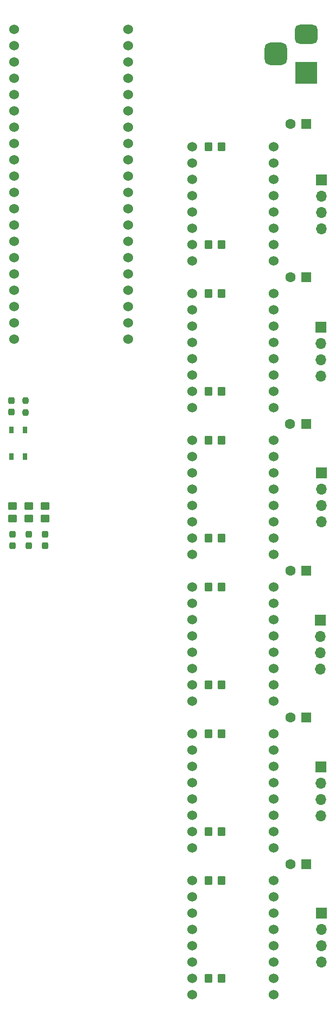
<source format=gts>
G04 #@! TF.GenerationSoftware,KiCad,Pcbnew,(6.0.7)*
G04 #@! TF.CreationDate,2023-02-18T18:42:52+09:00*
G04 #@! TF.ProjectId,driver,64726976-6572-42e6-9b69-6361645f7063,rev?*
G04 #@! TF.SameCoordinates,Original*
G04 #@! TF.FileFunction,Soldermask,Top*
G04 #@! TF.FilePolarity,Negative*
%FSLAX46Y46*%
G04 Gerber Fmt 4.6, Leading zero omitted, Abs format (unit mm)*
G04 Created by KiCad (PCBNEW (6.0.7)) date 2023-02-18 18:42:52*
%MOMM*%
%LPD*%
G01*
G04 APERTURE LIST*
G04 Aperture macros list*
%AMRoundRect*
0 Rectangle with rounded corners*
0 $1 Rounding radius*
0 $2 $3 $4 $5 $6 $7 $8 $9 X,Y pos of 4 corners*
0 Add a 4 corners polygon primitive as box body*
4,1,4,$2,$3,$4,$5,$6,$7,$8,$9,$2,$3,0*
0 Add four circle primitives for the rounded corners*
1,1,$1+$1,$2,$3*
1,1,$1+$1,$4,$5*
1,1,$1+$1,$6,$7*
1,1,$1+$1,$8,$9*
0 Add four rect primitives between the rounded corners*
20,1,$1+$1,$2,$3,$4,$5,0*
20,1,$1+$1,$4,$5,$6,$7,0*
20,1,$1+$1,$6,$7,$8,$9,0*
20,1,$1+$1,$8,$9,$2,$3,0*%
G04 Aperture macros list end*
%ADD10O,1.700000X1.700000*%
%ADD11R,1.700000X1.700000*%
%ADD12C,1.524000*%
%ADD13RoundRect,0.250000X0.350000X0.450000X-0.350000X0.450000X-0.350000X-0.450000X0.350000X-0.450000X0*%
%ADD14R,1.600000X1.600000*%
%ADD15C,1.600000*%
%ADD16RoundRect,0.237500X0.237500X-0.250000X0.237500X0.250000X-0.237500X0.250000X-0.237500X-0.250000X0*%
%ADD17RoundRect,0.250000X-0.350000X-0.450000X0.350000X-0.450000X0.350000X0.450000X-0.350000X0.450000X0*%
%ADD18R,3.500000X3.500000*%
%ADD19RoundRect,0.750000X-1.000000X0.750000X-1.000000X-0.750000X1.000000X-0.750000X1.000000X0.750000X0*%
%ADD20RoundRect,0.875000X-0.875000X0.875000X-0.875000X-0.875000X0.875000X-0.875000X0.875000X0.875000X0*%
%ADD21RoundRect,0.237500X0.237500X-0.287500X0.237500X0.287500X-0.237500X0.287500X-0.237500X-0.287500X0*%
%ADD22RoundRect,0.250000X-0.450000X0.350000X-0.450000X-0.350000X0.450000X-0.350000X0.450000X0.350000X0*%
%ADD23R,0.650000X1.050000*%
%ADD24RoundRect,0.237500X-0.237500X0.300000X-0.237500X-0.300000X0.237500X-0.300000X0.237500X0.300000X0*%
G04 APERTURE END LIST*
D10*
X136850000Y-149945000D03*
X136850000Y-147405000D03*
X136850000Y-144865000D03*
D11*
X136850000Y-142325000D03*
D12*
X116840000Y-137160000D03*
X116840000Y-139700000D03*
X116840000Y-142240000D03*
X116840000Y-144780000D03*
X116840000Y-147320000D03*
X116840000Y-149860000D03*
X116840000Y-152400000D03*
X116840000Y-154940000D03*
X129540000Y-137160000D03*
X129540000Y-139700000D03*
X129540000Y-142240000D03*
X129540000Y-144780000D03*
X129540000Y-147320000D03*
X129540000Y-149860000D03*
X129540000Y-152400000D03*
X129540000Y-154940000D03*
D13*
X121380000Y-114300000D03*
X119380000Y-114300000D03*
D14*
X134620000Y-157480000D03*
D15*
X132120000Y-157480000D03*
D12*
X116840000Y-45720000D03*
X116840000Y-48260000D03*
X116840000Y-50800000D03*
X116840000Y-53340000D03*
X116840000Y-55880000D03*
X116840000Y-58420000D03*
X116840000Y-60960000D03*
X116840000Y-63500000D03*
X129540000Y-45720000D03*
X129540000Y-48260000D03*
X129540000Y-50800000D03*
X129540000Y-53340000D03*
X129540000Y-55880000D03*
X129540000Y-58420000D03*
X129540000Y-60960000D03*
X129540000Y-63500000D03*
D16*
X90818000Y-87072500D03*
X90818000Y-85247500D03*
D17*
X119380000Y-152400000D03*
X121380000Y-152400000D03*
D18*
X134561500Y-34194000D03*
D19*
X134561500Y-28194000D03*
D20*
X129861500Y-31194000D03*
D12*
X116840000Y-160020000D03*
X116840000Y-162560000D03*
X116840000Y-165100000D03*
X116840000Y-167640000D03*
X116840000Y-170180000D03*
X116840000Y-172720000D03*
X116840000Y-175260000D03*
X116840000Y-177800000D03*
X129540000Y-160020000D03*
X129540000Y-162560000D03*
X129540000Y-165100000D03*
X129540000Y-167640000D03*
X129540000Y-170180000D03*
X129540000Y-172720000D03*
X129540000Y-175260000D03*
X129540000Y-177800000D03*
X116840000Y-114300000D03*
X116840000Y-116840000D03*
X116840000Y-119380000D03*
X116840000Y-121920000D03*
X116840000Y-124460000D03*
X116840000Y-127000000D03*
X116840000Y-129540000D03*
X116840000Y-132080000D03*
X129540000Y-114300000D03*
X129540000Y-116840000D03*
X129540000Y-119380000D03*
X129540000Y-121920000D03*
X129540000Y-124460000D03*
X129540000Y-127000000D03*
X129540000Y-129540000D03*
X129540000Y-132080000D03*
D21*
X88786000Y-107849000D03*
X88786000Y-106099000D03*
D22*
X93866000Y-101654000D03*
X93866000Y-103654000D03*
D17*
X119380000Y-106680000D03*
X121380000Y-106680000D03*
X119380000Y-175260000D03*
X121380000Y-175260000D03*
D23*
X88600000Y-89800000D03*
X88600000Y-93950000D03*
X90750000Y-89825000D03*
X90750000Y-93950000D03*
D12*
X116840000Y-91440000D03*
X116840000Y-93980000D03*
X116840000Y-96520000D03*
X116840000Y-99060000D03*
X116840000Y-101600000D03*
X116840000Y-104140000D03*
X116840000Y-106680000D03*
X116840000Y-109220000D03*
X129540000Y-91440000D03*
X129540000Y-93980000D03*
X129540000Y-96520000D03*
X129540000Y-99060000D03*
X129540000Y-101600000D03*
X129540000Y-104140000D03*
X129540000Y-106680000D03*
X129540000Y-109220000D03*
D14*
X134620000Y-111760000D03*
D15*
X132120000Y-111760000D03*
D14*
X134620000Y-66040000D03*
D15*
X132120000Y-66040000D03*
D13*
X121380000Y-160020000D03*
X119380000Y-160020000D03*
D21*
X91326000Y-107849000D03*
X91326000Y-106099000D03*
D17*
X119380000Y-129540000D03*
X121380000Y-129540000D03*
D22*
X88786000Y-101654000D03*
X88786000Y-103654000D03*
D13*
X121380000Y-91440000D03*
X119380000Y-91440000D03*
D24*
X88659000Y-85271000D03*
X88659000Y-86996000D03*
D17*
X119380000Y-83820000D03*
X121380000Y-83820000D03*
D14*
X134620000Y-134620000D03*
D15*
X132120000Y-134620000D03*
D17*
X119380000Y-60960000D03*
X121380000Y-60960000D03*
D13*
X121380000Y-137160000D03*
X119380000Y-137160000D03*
X121380000Y-68580000D03*
X119380000Y-68580000D03*
D12*
X116840000Y-68580000D03*
X116840000Y-71120000D03*
X116840000Y-73660000D03*
X116840000Y-76200000D03*
X116840000Y-78740000D03*
X116840000Y-81280000D03*
X116840000Y-83820000D03*
X116840000Y-86360000D03*
X129540000Y-68580000D03*
X129540000Y-71120000D03*
X129540000Y-73660000D03*
X129540000Y-76200000D03*
X129540000Y-78740000D03*
X129540000Y-81280000D03*
X129540000Y-83820000D03*
X129540000Y-86360000D03*
D14*
X134580000Y-88900000D03*
D15*
X132080000Y-88900000D03*
D12*
X89060400Y-27401000D03*
X89060400Y-29941000D03*
X89060400Y-32481000D03*
X89060400Y-35021000D03*
X89060400Y-37561000D03*
X89060400Y-40101000D03*
X89060400Y-42641000D03*
X89060400Y-45181000D03*
X89060400Y-47721000D03*
X89060400Y-50261000D03*
X89060400Y-52801000D03*
X89060400Y-55341000D03*
X89060400Y-57881000D03*
X89060400Y-60421000D03*
X89060400Y-62961000D03*
X89060400Y-65501000D03*
X89060400Y-68041000D03*
X89060400Y-70581000D03*
X89060400Y-73121000D03*
X89060400Y-75661000D03*
X106840400Y-75661000D03*
X106840400Y-73121000D03*
X106840400Y-70581000D03*
X106840400Y-68041000D03*
X106840400Y-65501000D03*
X106840400Y-62961000D03*
X106840400Y-60421000D03*
X106840400Y-57881000D03*
X106840400Y-55341000D03*
X106840400Y-52801000D03*
X106840400Y-50261000D03*
X106840400Y-47721000D03*
X106840400Y-45181000D03*
X106840400Y-42641000D03*
X106840400Y-40101000D03*
X106840400Y-37561000D03*
X106840400Y-35021000D03*
X106840400Y-32481000D03*
X106840400Y-29941000D03*
X106840400Y-27401000D03*
D22*
X91326000Y-101654000D03*
X91326000Y-103654000D03*
D14*
X134620000Y-42164000D03*
D15*
X132120000Y-42164000D03*
D21*
X93866000Y-107849000D03*
X93866000Y-106099000D03*
D13*
X121380000Y-45720000D03*
X119380000Y-45720000D03*
D11*
X136875000Y-73800000D03*
D10*
X136875000Y-76340000D03*
X136875000Y-78880000D03*
X136875000Y-81420000D03*
D11*
X136800000Y-119450000D03*
D10*
X136800000Y-121990000D03*
X136800000Y-124530000D03*
X136800000Y-127070000D03*
D11*
X136925000Y-50850000D03*
D10*
X136925000Y-53390000D03*
X136925000Y-55930000D03*
X136925000Y-58470000D03*
D11*
X136925000Y-96500000D03*
D10*
X136925000Y-99040000D03*
X136925000Y-101580000D03*
X136925000Y-104120000D03*
D11*
X136975000Y-165125000D03*
D10*
X136975000Y-167665000D03*
X136975000Y-170205000D03*
X136975000Y-172745000D03*
M02*

</source>
